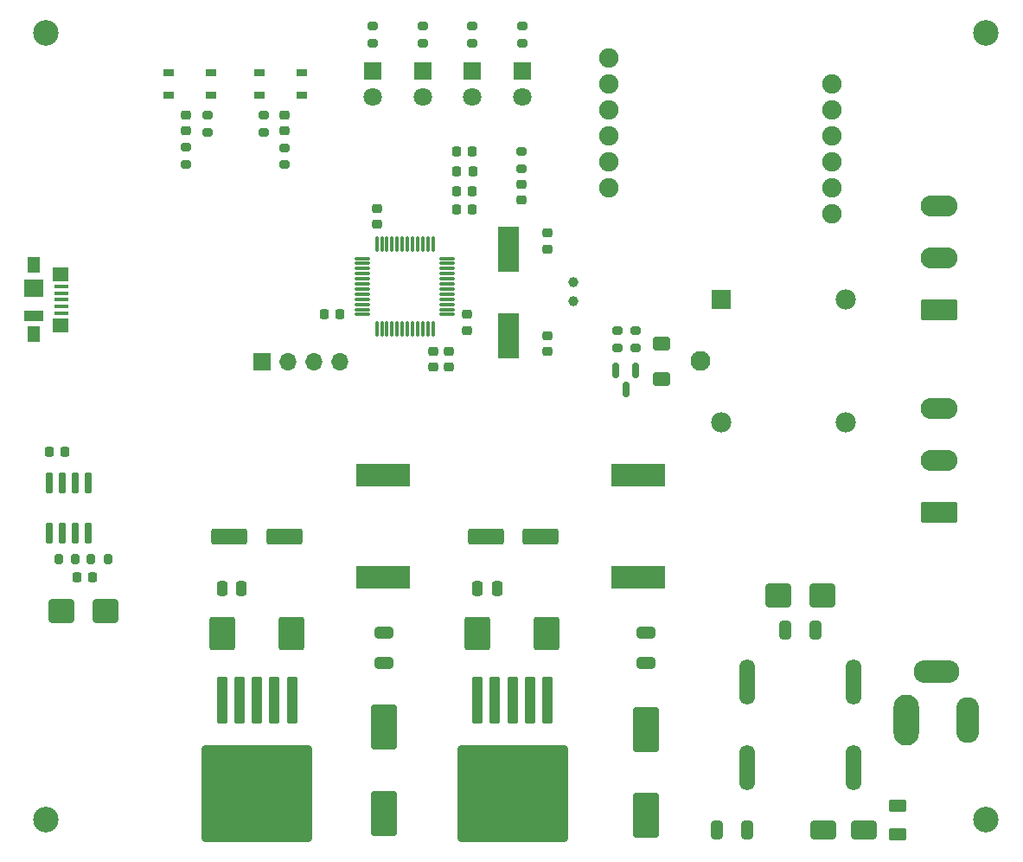
<source format=gbr>
%TF.GenerationSoftware,KiCad,Pcbnew,7.0.1*%
%TF.CreationDate,2023-05-03T11:58:35+03:00*%
%TF.ProjectId,damlama,64616d6c-616d-4612-9e6b-696361645f70,rev?*%
%TF.SameCoordinates,Original*%
%TF.FileFunction,Soldermask,Top*%
%TF.FilePolarity,Negative*%
%FSLAX46Y46*%
G04 Gerber Fmt 4.6, Leading zero omitted, Abs format (unit mm)*
G04 Created by KiCad (PCBNEW 7.0.1) date 2023-05-03 11:58:35*
%MOMM*%
%LPD*%
G01*
G04 APERTURE LIST*
G04 Aperture macros list*
%AMRoundRect*
0 Rectangle with rounded corners*
0 $1 Rounding radius*
0 $2 $3 $4 $5 $6 $7 $8 $9 X,Y pos of 4 corners*
0 Add a 4 corners polygon primitive as box body*
4,1,4,$2,$3,$4,$5,$6,$7,$8,$9,$2,$3,0*
0 Add four circle primitives for the rounded corners*
1,1,$1+$1,$2,$3*
1,1,$1+$1,$4,$5*
1,1,$1+$1,$6,$7*
1,1,$1+$1,$8,$9*
0 Add four rect primitives between the rounded corners*
20,1,$1+$1,$2,$3,$4,$5,0*
20,1,$1+$1,$4,$5,$6,$7,0*
20,1,$1+$1,$6,$7,$8,$9,0*
20,1,$1+$1,$8,$9,$2,$3,0*%
G04 Aperture macros list end*
%ADD10RoundRect,0.200000X-0.200000X-0.275000X0.200000X-0.275000X0.200000X0.275000X-0.200000X0.275000X0*%
%ADD11RoundRect,0.150000X-0.150000X0.587500X-0.150000X-0.587500X0.150000X-0.587500X0.150000X0.587500X0*%
%ADD12RoundRect,0.250000X-0.300000X2.050000X-0.300000X-2.050000X0.300000X-2.050000X0.300000X2.050000X0*%
%ADD13RoundRect,0.250002X-5.149998X4.449998X-5.149998X-4.449998X5.149998X-4.449998X5.149998X4.449998X0*%
%ADD14C,2.500000*%
%ADD15R,5.207000X2.311400*%
%ADD16RoundRect,0.225000X-0.250000X0.225000X-0.250000X-0.225000X0.250000X-0.225000X0.250000X0.225000X0*%
%ADD17O,2.500000X5.000000*%
%ADD18O,2.250000X4.500000*%
%ADD19O,4.500000X2.250000*%
%ADD20RoundRect,0.225000X-0.225000X-0.250000X0.225000X-0.250000X0.225000X0.250000X-0.225000X0.250000X0*%
%ADD21RoundRect,0.200000X-0.275000X0.200000X-0.275000X-0.200000X0.275000X-0.200000X0.275000X0.200000X0*%
%ADD22O,1.520000X4.450000*%
%ADD23RoundRect,0.200000X0.275000X-0.200000X0.275000X0.200000X-0.275000X0.200000X-0.275000X-0.200000X0*%
%ADD24RoundRect,0.249999X1.550001X-0.790001X1.550001X0.790001X-1.550001X0.790001X-1.550001X-0.790001X0*%
%ADD25O,3.600000X2.080000*%
%ADD26R,1.380000X0.450000*%
%ADD27R,1.300000X1.650000*%
%ADD28R,1.550000X1.425000*%
%ADD29R,1.900000X1.800000*%
%ADD30R,1.900000X1.000000*%
%ADD31R,1.980000X1.980000*%
%ADD32C,1.980000*%
%ADD33C,1.935000*%
%ADD34RoundRect,0.250000X0.250000X0.475000X-0.250000X0.475000X-0.250000X-0.475000X0.250000X-0.475000X0*%
%ADD35RoundRect,0.250000X-0.600000X0.400000X-0.600000X-0.400000X0.600000X-0.400000X0.600000X0.400000X0*%
%ADD36RoundRect,0.250000X-1.000000X-0.900000X1.000000X-0.900000X1.000000X0.900000X-1.000000X0.900000X0*%
%ADD37RoundRect,0.218750X0.218750X0.256250X-0.218750X0.256250X-0.218750X-0.256250X0.218750X-0.256250X0*%
%ADD38RoundRect,0.225000X0.250000X-0.225000X0.250000X0.225000X-0.250000X0.225000X-0.250000X-0.225000X0*%
%ADD39R,1.800000X1.800000*%
%ADD40C,1.800000*%
%ADD41C,1.900000*%
%ADD42RoundRect,0.075000X0.662500X0.075000X-0.662500X0.075000X-0.662500X-0.075000X0.662500X-0.075000X0*%
%ADD43RoundRect,0.075000X0.075000X0.662500X-0.075000X0.662500X-0.075000X-0.662500X0.075000X-0.662500X0*%
%ADD44RoundRect,0.250000X1.500000X0.550000X-1.500000X0.550000X-1.500000X-0.550000X1.500000X-0.550000X0*%
%ADD45C,1.000000*%
%ADD46R,2.000000X4.500000*%
%ADD47RoundRect,0.250000X0.325000X0.650000X-0.325000X0.650000X-0.325000X-0.650000X0.325000X-0.650000X0*%
%ADD48R,1.050000X0.650000*%
%ADD49RoundRect,0.225000X0.225000X0.250000X-0.225000X0.250000X-0.225000X-0.250000X0.225000X-0.250000X0*%
%ADD50RoundRect,0.250000X-0.325000X-0.650000X0.325000X-0.650000X0.325000X0.650000X-0.325000X0.650000X0*%
%ADD51RoundRect,0.250000X-1.000000X1.950000X-1.000000X-1.950000X1.000000X-1.950000X1.000000X1.950000X0*%
%ADD52RoundRect,0.250000X0.650000X-0.325000X0.650000X0.325000X-0.650000X0.325000X-0.650000X-0.325000X0*%
%ADD53RoundRect,0.250000X-1.000000X-0.650000X1.000000X-0.650000X1.000000X0.650000X-1.000000X0.650000X0*%
%ADD54R,1.700000X1.700000*%
%ADD55O,1.700000X1.700000*%
%ADD56RoundRect,0.250000X-1.000000X1.400000X-1.000000X-1.400000X1.000000X-1.400000X1.000000X1.400000X0*%
%ADD57RoundRect,0.250000X-0.625000X0.375000X-0.625000X-0.375000X0.625000X-0.375000X0.625000X0.375000X0*%
%ADD58RoundRect,0.042000X0.258000X-0.943000X0.258000X0.943000X-0.258000X0.943000X-0.258000X-0.943000X0*%
G04 APERTURE END LIST*
D10*
%TO.C,R15*%
X88392000Y-110490000D03*
X90042000Y-110490000D03*
%TD*%
D11*
%TO.C,Q1*%
X141710000Y-92010000D03*
X139810000Y-92010000D03*
X140760000Y-93885000D03*
%TD*%
D12*
%TO.C,U5*%
X133060500Y-124262500D03*
X131360500Y-124262500D03*
X129660500Y-124262500D03*
D13*
X129660500Y-133412500D03*
D12*
X127960500Y-124262500D03*
X126260500Y-124262500D03*
%TD*%
D14*
%TO.C,H1*%
X84000000Y-59000000D03*
%TD*%
D15*
%TO.C,L3*%
X142000000Y-102288400D03*
X142000000Y-112270600D03*
%TD*%
D16*
%TO.C,C9*%
X97701250Y-67056000D03*
X97701250Y-68606000D03*
%TD*%
D17*
%TO.C,J4*%
X168200000Y-126200000D03*
D18*
X174200000Y-126200000D03*
D19*
X171200000Y-121500000D03*
%TD*%
D20*
%TO.C,C18*%
X84328000Y-100000000D03*
X85878000Y-100000000D03*
%TD*%
D21*
%TO.C,R3*%
X97701250Y-70226000D03*
X97701250Y-71876000D03*
%TD*%
D22*
%TO.C,T2*%
X152654000Y-130883500D03*
X163064000Y-130883500D03*
X152654000Y-122503500D03*
X163064000Y-122503500D03*
%TD*%
D23*
%TO.C,R10*%
X120866668Y-60000000D03*
X120866668Y-58350000D03*
%TD*%
D16*
%TO.C,C6*%
X121876000Y-90170000D03*
X121876000Y-91720000D03*
%TD*%
D24*
%TO.C,J6*%
X171400000Y-86100000D03*
D25*
X171400000Y-81020000D03*
X171400000Y-75940000D03*
%TD*%
D23*
%TO.C,R12*%
X130600000Y-60000000D03*
X130600000Y-58350000D03*
%TD*%
D20*
%TO.C,C11*%
X124206000Y-76272000D03*
X125756000Y-76272000D03*
%TD*%
D21*
%TO.C,R6*%
X139900000Y-88175000D03*
X139900000Y-89825000D03*
%TD*%
D23*
%TO.C,R8*%
X105323750Y-68715941D03*
X105323750Y-67065941D03*
%TD*%
D14*
%TO.C,H3*%
X176000000Y-136000000D03*
%TD*%
D20*
%TO.C,C17*%
X87025000Y-112300000D03*
X88575000Y-112300000D03*
%TD*%
D26*
%TO.C,J1*%
X85485000Y-83812500D03*
X85485000Y-84462500D03*
X85485000Y-85112500D03*
X85485000Y-85762500D03*
X85485000Y-86412500D03*
D27*
X82825000Y-81737500D03*
D28*
X85400000Y-82625000D03*
D29*
X82825000Y-83962500D03*
D30*
X82825000Y-86662500D03*
D28*
X85400000Y-87600000D03*
D27*
X82825000Y-88487500D03*
%TD*%
D23*
%TO.C,R1*%
X130586000Y-72262000D03*
X130586000Y-70612000D03*
%TD*%
D31*
%TO.C,K1*%
X150110000Y-85122500D03*
D32*
X150110000Y-97122500D03*
D33*
X148110000Y-91122500D03*
D32*
X162310000Y-85122500D03*
X162310000Y-97122500D03*
%TD*%
D12*
%TO.C,U2*%
X108067000Y-124262500D03*
X106367000Y-124262500D03*
X104667000Y-124262500D03*
D13*
X104667000Y-133412500D03*
D12*
X102967000Y-124262500D03*
X101267000Y-124262500D03*
%TD*%
D34*
%TO.C,C26*%
X103150000Y-113357500D03*
X101250000Y-113357500D03*
%TD*%
D35*
%TO.C,D4*%
X144272000Y-89395000D03*
X144272000Y-92895000D03*
%TD*%
D16*
%TO.C,C16*%
X133096000Y-78601000D03*
X133096000Y-80151000D03*
%TD*%
D36*
%TO.C,D3*%
X85480000Y-115570000D03*
X89780000Y-115570000D03*
%TD*%
D10*
%TO.C,R14*%
X85218000Y-110490000D03*
X86868000Y-110490000D03*
%TD*%
D37*
%TO.C,FB1*%
X125768500Y-72542000D03*
X124193500Y-72542000D03*
%TD*%
D38*
%TO.C,C15*%
X133096000Y-90201000D03*
X133096000Y-88651000D03*
%TD*%
D39*
%TO.C,D5*%
X120866668Y-62725000D03*
D40*
X120866668Y-65265000D03*
%TD*%
D41*
%TO.C,U3*%
X139060000Y-61500000D03*
X139060000Y-64040000D03*
X139060000Y-66580000D03*
X139060000Y-69120000D03*
X139060000Y-71660000D03*
X139060000Y-74200000D03*
X160930000Y-76740000D03*
X160930000Y-74200000D03*
X160930000Y-71660000D03*
X160930000Y-69120000D03*
X160930000Y-66580000D03*
X160930000Y-64040000D03*
%TD*%
D42*
%TO.C,U1*%
X123288500Y-86570000D03*
X123288500Y-86070000D03*
X123288500Y-85570000D03*
X123288500Y-85070000D03*
X123288500Y-84570000D03*
X123288500Y-84070000D03*
X123288500Y-83570000D03*
X123288500Y-83070000D03*
X123288500Y-82570000D03*
X123288500Y-82070000D03*
X123288500Y-81570000D03*
X123288500Y-81070000D03*
D43*
X121876000Y-79657500D03*
X121376000Y-79657500D03*
X120876000Y-79657500D03*
X120376000Y-79657500D03*
X119876000Y-79657500D03*
X119376000Y-79657500D03*
X118876000Y-79657500D03*
X118376000Y-79657500D03*
X117876000Y-79657500D03*
X117376000Y-79657500D03*
X116876000Y-79657500D03*
X116376000Y-79657500D03*
D42*
X114963500Y-81070000D03*
X114963500Y-81570000D03*
X114963500Y-82070000D03*
X114963500Y-82570000D03*
X114963500Y-83070000D03*
X114963500Y-83570000D03*
X114963500Y-84070000D03*
X114963500Y-84570000D03*
X114963500Y-85070000D03*
X114963500Y-85570000D03*
X114963500Y-86070000D03*
X114963500Y-86570000D03*
D43*
X116376000Y-87982500D03*
X116876000Y-87982500D03*
X117376000Y-87982500D03*
X117876000Y-87982500D03*
X118376000Y-87982500D03*
X118876000Y-87982500D03*
X119376000Y-87982500D03*
X119876000Y-87982500D03*
X120376000Y-87982500D03*
X120876000Y-87982500D03*
X121376000Y-87982500D03*
X121876000Y-87982500D03*
%TD*%
D16*
%TO.C,C19*%
X107313750Y-67065941D03*
X107313750Y-68615941D03*
%TD*%
D24*
%TO.C,J5*%
X171422500Y-105900000D03*
D25*
X171422500Y-100820000D03*
X171422500Y-95740000D03*
%TD*%
D23*
%TO.C,R7*%
X141700000Y-89825000D03*
X141700000Y-88175000D03*
%TD*%
D14*
%TO.C,H2*%
X176000000Y-59000000D03*
%TD*%
D44*
%TO.C,C27*%
X107367000Y-108277500D03*
X101967000Y-108277500D03*
%TD*%
D23*
%TO.C,R2*%
X99791250Y-68706000D03*
X99791250Y-67056000D03*
%TD*%
D45*
%TO.C,Y1*%
X135610000Y-83374000D03*
X135610000Y-85274000D03*
%TD*%
D46*
%TO.C,Y2*%
X129286000Y-80146000D03*
X129286000Y-88646000D03*
%TD*%
D47*
%TO.C,C2*%
X152654000Y-136979500D03*
X149704000Y-136979500D03*
%TD*%
D48*
%TO.C,SW1*%
X96000000Y-62925000D03*
X100150000Y-62925000D03*
X96000000Y-65075000D03*
X100125000Y-65075000D03*
%TD*%
D16*
%TO.C,C8*%
X130586000Y-73837000D03*
X130586000Y-75387000D03*
%TD*%
D21*
%TO.C,R9*%
X107313750Y-70235941D03*
X107313750Y-71885941D03*
%TD*%
D39*
%TO.C,D6*%
X125733334Y-62725000D03*
D40*
X125733334Y-65265000D03*
%TD*%
D20*
%TO.C,C12*%
X124206000Y-74482000D03*
X125756000Y-74482000D03*
%TD*%
D15*
%TO.C,L1*%
X117000000Y-102288400D03*
X117000000Y-112270600D03*
%TD*%
D49*
%TO.C,C4*%
X112776000Y-86570000D03*
X111226000Y-86570000D03*
%TD*%
D36*
%TO.C,D2*%
X155731500Y-114021500D03*
X160031500Y-114021500D03*
%TD*%
D50*
%TO.C,C1*%
X156384000Y-117421500D03*
X159334000Y-117421500D03*
%TD*%
D51*
%TO.C,C24*%
X117094000Y-126956500D03*
X117094000Y-135356500D03*
%TD*%
D52*
%TO.C,C21*%
X142748000Y-120674500D03*
X142748000Y-117724500D03*
%TD*%
D34*
%TO.C,C22*%
X128150000Y-113357500D03*
X126250000Y-113357500D03*
%TD*%
D14*
%TO.C,H4*%
X84000000Y-136000000D03*
%TD*%
D53*
%TO.C,D1*%
X160080000Y-136979500D03*
X164080000Y-136979500D03*
%TD*%
D54*
%TO.C,J3*%
X105156000Y-91186000D03*
D55*
X107696000Y-91186000D03*
X110236000Y-91186000D03*
X112776000Y-91186000D03*
%TD*%
D23*
%TO.C,R13*%
X116000000Y-60000000D03*
X116000000Y-58350000D03*
%TD*%
D56*
%TO.C,D12*%
X108044500Y-117762500D03*
X101244500Y-117762500D03*
%TD*%
D48*
%TO.C,SW2*%
X104925000Y-62925000D03*
X109075000Y-62925000D03*
X104925000Y-65075000D03*
X109050000Y-65075000D03*
%TD*%
D56*
%TO.C,D10*%
X133038000Y-117762500D03*
X126238000Y-117762500D03*
%TD*%
D23*
%TO.C,R11*%
X125733334Y-60000000D03*
X125733334Y-58350000D03*
%TD*%
D49*
%TO.C,C13*%
X125756000Y-70612000D03*
X124206000Y-70612000D03*
%TD*%
D39*
%TO.C,D8*%
X116000000Y-62725000D03*
D40*
X116000000Y-65265000D03*
%TD*%
D57*
%TO.C,F1*%
X167382000Y-134597500D03*
X167382000Y-137397500D03*
%TD*%
D16*
%TO.C,C7*%
X125222000Y-86570000D03*
X125222000Y-88120000D03*
%TD*%
D58*
%TO.C,U4*%
X84328000Y-107950000D03*
X85598000Y-107950000D03*
X86868000Y-107950000D03*
X88138000Y-107950000D03*
X88138000Y-103010000D03*
X86868000Y-103010000D03*
X85598000Y-103010000D03*
X84328000Y-103010000D03*
%TD*%
D38*
%TO.C,C5*%
X116376000Y-77737000D03*
X116376000Y-76187000D03*
%TD*%
D16*
%TO.C,C3*%
X123444000Y-90170000D03*
X123444000Y-91720000D03*
%TD*%
D52*
%TO.C,C25*%
X117094000Y-120674500D03*
X117094000Y-117724500D03*
%TD*%
D44*
%TO.C,C23*%
X132435500Y-108277500D03*
X127035500Y-108277500D03*
%TD*%
D39*
%TO.C,D7*%
X130600000Y-62725000D03*
D40*
X130600000Y-65265000D03*
%TD*%
D51*
%TO.C,C20*%
X142748000Y-127191500D03*
X142748000Y-135591500D03*
%TD*%
M02*

</source>
